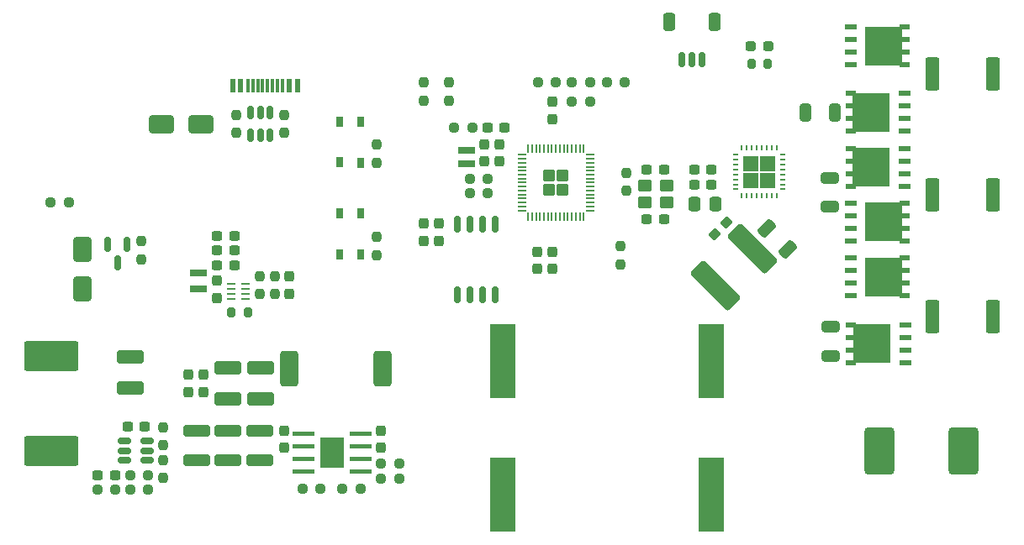
<source format=gtp>
G04 #@! TF.GenerationSoftware,KiCad,Pcbnew,9.0.3*
G04 #@! TF.CreationDate,2025-08-13T17:47:09+01:00*
G04 #@! TF.ProjectId,Pico-BLDC-Controller,5069636f-2d42-44c4-9443-2d436f6e7472,rev?*
G04 #@! TF.SameCoordinates,Original*
G04 #@! TF.FileFunction,Paste,Top*
G04 #@! TF.FilePolarity,Positive*
%FSLAX46Y46*%
G04 Gerber Fmt 4.6, Leading zero omitted, Abs format (unit mm)*
G04 Created by KiCad (PCBNEW 9.0.3) date 2025-08-13 17:47:10*
%MOMM*%
%LPD*%
G01*
G04 APERTURE LIST*
G04 Aperture macros list*
%AMRoundRect*
0 Rectangle with rounded corners*
0 $1 Rounding radius*
0 $2 $3 $4 $5 $6 $7 $8 $9 X,Y pos of 4 corners*
0 Add a 4 corners polygon primitive as box body*
4,1,4,$2,$3,$4,$5,$6,$7,$8,$9,$2,$3,0*
0 Add four circle primitives for the rounded corners*
1,1,$1+$1,$2,$3*
1,1,$1+$1,$4,$5*
1,1,$1+$1,$6,$7*
1,1,$1+$1,$8,$9*
0 Add four rect primitives between the rounded corners*
20,1,$1+$1,$2,$3,$4,$5,0*
20,1,$1+$1,$4,$5,$6,$7,0*
20,1,$1+$1,$6,$7,$8,$9,0*
20,1,$1+$1,$8,$9,$2,$3,0*%
%AMFreePoly0*
4,1,18,-0.100000,0.387500,-0.096194,0.406634,-0.085355,0.422855,-0.069134,0.433694,-0.050000,0.437500,0.050000,0.437500,0.069134,0.433694,0.085355,0.422855,0.096194,0.406634,0.100000,0.387500,0.100000,-0.387500,0.096194,-0.406634,0.085355,-0.422855,0.069134,-0.433694,0.050000,-0.437500,-0.050000,-0.437500,-0.100000,-0.387500,-0.100000,0.387500,-0.100000,0.387500,$1*%
%AMFreePoly1*
4,1,18,-0.100000,0.387500,-0.096194,0.406634,-0.085355,0.422855,-0.069134,0.433694,-0.050000,0.437500,0.050000,0.437500,0.069134,0.433694,0.085355,0.422855,0.096194,0.406634,0.100000,0.387500,0.100000,-0.387500,0.050000,-0.437500,-0.050000,-0.437500,-0.069134,-0.433694,-0.085355,-0.422855,-0.096194,-0.406634,-0.100000,-0.387500,-0.100000,0.387500,-0.100000,0.387500,$1*%
%AMFreePoly2*
4,1,18,-0.437500,0.050000,-0.387500,0.100000,0.387500,0.100000,0.406634,0.096194,0.422855,0.085355,0.433694,0.069134,0.437500,0.050000,0.437500,-0.050000,0.433694,-0.069134,0.422855,-0.085355,0.406634,-0.096194,0.387500,-0.100000,-0.387500,-0.100000,-0.406634,-0.096194,-0.422855,-0.085355,-0.433694,-0.069134,-0.437500,-0.050000,-0.437500,0.050000,-0.437500,0.050000,$1*%
%AMFreePoly3*
4,1,18,-0.437500,0.050000,-0.433694,0.069134,-0.422855,0.085355,-0.406634,0.096194,-0.387500,0.100000,0.387500,0.100000,0.406634,0.096194,0.422855,0.085355,0.433694,0.069134,0.437500,0.050000,0.437500,-0.050000,0.433694,-0.069134,0.422855,-0.085355,0.406634,-0.096194,0.387500,-0.100000,-0.387500,-0.100000,-0.437500,-0.050000,-0.437500,0.050000,-0.437500,0.050000,$1*%
%AMFreePoly4*
4,1,18,-0.100000,0.387500,-0.096194,0.406634,-0.085355,0.422855,-0.069134,0.433694,-0.050000,0.437500,0.050000,0.437500,0.100000,0.387500,0.100000,-0.387500,0.096194,-0.406634,0.085355,-0.422855,0.069134,-0.433694,0.050000,-0.437500,-0.050000,-0.437500,-0.069134,-0.433694,-0.085355,-0.422855,-0.096194,-0.406634,-0.100000,-0.387500,-0.100000,0.387500,-0.100000,0.387500,$1*%
%AMFreePoly5*
4,1,18,-0.100000,0.387500,-0.050000,0.437500,0.050000,0.437500,0.069134,0.433694,0.085355,0.422855,0.096194,0.406634,0.100000,0.387500,0.100000,-0.387500,0.096194,-0.406634,0.085355,-0.422855,0.069134,-0.433694,0.050000,-0.437500,-0.050000,-0.437500,-0.069134,-0.433694,-0.085355,-0.422855,-0.096194,-0.406634,-0.100000,-0.387500,-0.100000,0.387500,-0.100000,0.387500,$1*%
%AMFreePoly6*
4,1,18,-0.437500,0.050000,-0.433694,0.069134,-0.422855,0.085355,-0.406634,0.096194,-0.387500,0.100000,0.387500,0.100000,0.406634,0.096194,0.422855,0.085355,0.433694,0.069134,0.437500,0.050000,0.437500,-0.050000,0.387500,-0.100000,-0.387500,-0.100000,-0.406634,-0.096194,-0.422855,-0.085355,-0.433694,-0.069134,-0.437500,-0.050000,-0.437500,0.050000,-0.437500,0.050000,$1*%
%AMFreePoly7*
4,1,18,-0.437500,0.050000,-0.433694,0.069134,-0.422855,0.085355,-0.406634,0.096194,-0.387500,0.100000,0.387500,0.100000,0.437500,0.050000,0.437500,-0.050000,0.433694,-0.069134,0.422855,-0.085355,0.406634,-0.096194,0.387500,-0.100000,-0.387500,-0.100000,-0.406634,-0.096194,-0.422855,-0.085355,-0.433694,-0.069134,-0.437500,-0.050000,-0.437500,0.050000,-0.437500,0.050000,$1*%
G04 Aperture macros list end*
%ADD10C,0.000000*%
%ADD11R,0.600000X1.450000*%
%ADD12R,0.300000X1.450000*%
%ADD13FreePoly0,90.000000*%
%ADD14RoundRect,0.050000X0.387500X-0.050000X0.387500X0.050000X-0.387500X0.050000X-0.387500X-0.050000X0*%
%ADD15FreePoly1,90.000000*%
%ADD16FreePoly2,90.000000*%
%ADD17RoundRect,0.050000X0.050000X-0.387500X0.050000X0.387500X-0.050000X0.387500X-0.050000X-0.387500X0*%
%ADD18FreePoly3,90.000000*%
%ADD19FreePoly4,90.000000*%
%ADD20FreePoly5,90.000000*%
%ADD21FreePoly6,90.000000*%
%ADD22FreePoly7,90.000000*%
%ADD23RoundRect,0.250000X0.350000X-0.350000X0.350000X0.350000X-0.350000X0.350000X-0.350000X-0.350000X0*%
%ADD24R,1.270000X0.610000*%
%ADD25R,3.810000X3.910000*%
%ADD26R,1.020000X0.610000*%
%ADD27RoundRect,0.250000X0.650000X-0.325000X0.650000X0.325000X-0.650000X0.325000X-0.650000X-0.325000X0*%
%ADD28RoundRect,0.237500X-0.250000X-0.237500X0.250000X-0.237500X0.250000X0.237500X-0.250000X0.237500X0*%
%ADD29RoundRect,0.237500X-0.237500X0.300000X-0.237500X-0.300000X0.237500X-0.300000X0.237500X0.300000X0*%
%ADD30RoundRect,0.250000X-1.100000X0.412500X-1.100000X-0.412500X1.100000X-0.412500X1.100000X0.412500X0*%
%ADD31R,0.650000X1.050000*%
%ADD32RoundRect,0.375000X-1.125000X-2.000000X1.125000X-2.000000X1.125000X2.000000X-1.125000X2.000000X0*%
%ADD33R,1.700000X0.800000*%
%ADD34R,2.500000X7.500000*%
%ADD35RoundRect,0.237500X0.237500X-0.300000X0.237500X0.300000X-0.237500X0.300000X-0.237500X-0.300000X0*%
%ADD36RoundRect,0.249999X-0.450001X-1.425001X0.450001X-1.425001X0.450001X1.425001X-0.450001X1.425001X0*%
%ADD37RoundRect,0.250000X1.100000X-0.325000X1.100000X0.325000X-1.100000X0.325000X-1.100000X-0.325000X0*%
%ADD38RoundRect,0.237500X0.250000X0.237500X-0.250000X0.237500X-0.250000X-0.237500X0.250000X-0.237500X0*%
%ADD39RoundRect,0.237500X-0.300000X-0.237500X0.300000X-0.237500X0.300000X0.237500X-0.300000X0.237500X0*%
%ADD40RoundRect,0.237500X0.237500X-0.250000X0.237500X0.250000X-0.237500X0.250000X-0.237500X-0.250000X0*%
%ADD41RoundRect,0.250000X0.650000X-1.000000X0.650000X1.000000X-0.650000X1.000000X-0.650000X-1.000000X0*%
%ADD42O,0.240000X0.599999*%
%ADD43O,0.599999X0.240000*%
%ADD44RoundRect,0.237500X0.044194X0.380070X-0.380070X-0.044194X-0.044194X-0.380070X0.380070X0.044194X0*%
%ADD45RoundRect,0.250000X0.689429X0.229810X0.229810X0.689429X-0.689429X-0.229810X-0.229810X-0.689429X0*%
%ADD46RoundRect,0.250000X-0.450000X-0.350000X0.450000X-0.350000X0.450000X0.350000X-0.450000X0.350000X0*%
%ADD47RoundRect,0.200000X0.200000X0.275000X-0.200000X0.275000X-0.200000X-0.275000X0.200000X-0.275000X0*%
%ADD48RoundRect,0.249999X0.640001X1.530001X-0.640001X1.530001X-0.640001X-1.530001X0.640001X-1.530001X0*%
%ADD49RoundRect,0.237500X0.300000X0.237500X-0.300000X0.237500X-0.300000X-0.237500X0.300000X-0.237500X0*%
%ADD50RoundRect,0.237500X-0.237500X0.250000X-0.237500X-0.250000X0.237500X-0.250000X0.237500X0.250000X0*%
%ADD51RoundRect,0.250000X-1.000000X-0.650000X1.000000X-0.650000X1.000000X0.650000X-1.000000X0.650000X0*%
%ADD52RoundRect,0.150000X0.150000X-0.512500X0.150000X0.512500X-0.150000X0.512500X-0.150000X-0.512500X0*%
%ADD53RoundRect,0.062500X0.337500X0.062500X-0.337500X0.062500X-0.337500X-0.062500X0.337500X-0.062500X0*%
%ADD54RoundRect,0.150000X-0.512500X-0.150000X0.512500X-0.150000X0.512500X0.150000X-0.512500X0.150000X0*%
%ADD55RoundRect,0.150000X0.150000X0.625000X-0.150000X0.625000X-0.150000X-0.625000X0.150000X-0.625000X0*%
%ADD56RoundRect,0.250000X0.350000X0.650000X-0.350000X0.650000X-0.350000X-0.650000X0.350000X-0.650000X0*%
%ADD57RoundRect,0.250000X-0.650000X0.325000X-0.650000X-0.325000X0.650000X-0.325000X0.650000X0.325000X0*%
%ADD58RoundRect,0.150000X-0.150000X0.587500X-0.150000X-0.587500X0.150000X-0.587500X0.150000X0.587500X0*%
%ADD59RoundRect,0.250000X0.337500X0.475000X-0.337500X0.475000X-0.337500X-0.475000X0.337500X-0.475000X0*%
%ADD60RoundRect,0.249999X2.500001X-1.250001X2.500001X1.250001X-2.500001X1.250001X-2.500001X-1.250001X0*%
%ADD61RoundRect,0.249999X-1.210920X2.253904X-2.253904X1.210920X1.210920X-2.253904X2.253904X-1.210920X0*%
%ADD62R,1.700000X0.700000*%
%ADD63RoundRect,0.250000X0.325000X0.650000X-0.325000X0.650000X-0.325000X-0.650000X0.325000X-0.650000X0*%
%ADD64RoundRect,0.162500X0.162500X-0.650000X0.162500X0.650000X-0.162500X0.650000X-0.162500X-0.650000X0*%
%ADD65RoundRect,0.237500X0.287500X0.237500X-0.287500X0.237500X-0.287500X-0.237500X0.287500X-0.237500X0*%
G04 APERTURE END LIST*
D10*
G36*
X131999998Y-89229999D02*
G01*
X131999998Y-89580001D01*
X131949998Y-89630001D01*
X129899997Y-89630001D01*
X129849997Y-89580001D01*
X129849997Y-89229999D01*
X129899997Y-89179999D01*
X131949998Y-89179999D01*
X131999998Y-89229999D01*
G37*
G36*
X131999998Y-86689999D02*
G01*
X131999998Y-87040001D01*
X131949998Y-87090001D01*
X129899997Y-87090001D01*
X129849997Y-87040001D01*
X129849997Y-86689999D01*
X129899997Y-86639999D01*
X131949998Y-86639999D01*
X131999998Y-86689999D01*
G37*
G36*
X131999998Y-85419999D02*
G01*
X131999998Y-85770001D01*
X131949998Y-85820001D01*
X129899997Y-85820001D01*
X129849997Y-85770001D01*
X129849997Y-85419999D01*
X129899997Y-85369999D01*
X131949998Y-85369999D01*
X131999998Y-85419999D01*
G37*
G36*
X131999998Y-87959999D02*
G01*
X131999998Y-88310001D01*
X131949998Y-88360001D01*
X129899997Y-88360001D01*
X129849997Y-88310001D01*
X129849997Y-87959999D01*
X129899997Y-87909999D01*
X131949998Y-87909999D01*
X131999998Y-87959999D01*
G37*
G36*
X129249998Y-86000000D02*
G01*
X129249998Y-89000000D01*
X129199998Y-89049999D01*
X126899998Y-89049999D01*
X126849998Y-89000000D01*
X126849998Y-86000000D01*
X126899998Y-85950001D01*
X129199998Y-85950001D01*
X129249998Y-86000000D01*
G37*
G36*
X126249999Y-89229999D02*
G01*
X126249999Y-89580001D01*
X126199999Y-89630001D01*
X124149998Y-89630001D01*
X124099998Y-89580001D01*
X124099998Y-89229999D01*
X124149998Y-89179999D01*
X126199999Y-89179999D01*
X126249999Y-89229999D01*
G37*
G36*
X126249999Y-85419999D02*
G01*
X126249999Y-85770001D01*
X126199999Y-85820001D01*
X124149998Y-85820001D01*
X124099998Y-85770001D01*
X124099998Y-85419999D01*
X124149998Y-85369999D01*
X126199999Y-85369999D01*
X126249999Y-85419999D01*
G37*
G36*
X126249999Y-86689999D02*
G01*
X126249999Y-87040001D01*
X126199999Y-87090001D01*
X124149998Y-87090001D01*
X124099998Y-87040001D01*
X124099998Y-86689999D01*
X124149998Y-86639999D01*
X126199999Y-86639999D01*
X126249999Y-86689999D01*
G37*
G36*
X126249999Y-87959999D02*
G01*
X126249999Y-88310001D01*
X126199999Y-88360001D01*
X124149998Y-88360001D01*
X124099998Y-88310001D01*
X124099998Y-87959999D01*
X124149998Y-87909999D01*
X126199999Y-87909999D01*
X126249999Y-87959999D01*
G37*
G36*
X170950000Y-60785996D02*
G01*
X169464001Y-60785996D01*
X169464001Y-59299997D01*
X170950000Y-59299997D01*
X170950000Y-60785996D01*
G37*
G36*
X170950000Y-59100000D02*
G01*
X169464001Y-59100000D01*
X169464001Y-57614001D01*
X170950000Y-57614001D01*
X170950000Y-59100000D01*
G37*
G36*
X172635996Y-60785996D02*
G01*
X171149997Y-60785996D01*
X171149997Y-59299997D01*
X172635996Y-59299997D01*
X172635996Y-60785996D01*
G37*
G36*
X172635996Y-59100000D02*
G01*
X171149997Y-59100000D01*
X171149997Y-57614001D01*
X172635996Y-57614001D01*
X172635996Y-59100000D01*
G37*
D11*
X124550000Y-50485000D03*
X123750000Y-50485000D03*
D12*
X123050000Y-50485000D03*
X122050000Y-50485000D03*
X120550000Y-50485000D03*
X119550000Y-50485000D03*
D11*
X118850000Y-50485000D03*
X118050000Y-50485000D03*
X118050000Y-50485000D03*
X118850000Y-50485000D03*
D12*
X120050000Y-50485000D03*
X121050000Y-50485000D03*
X121550000Y-50485000D03*
X122550000Y-50485000D03*
D11*
X123750000Y-50485000D03*
X124550000Y-50485000D03*
D13*
X147137500Y-63075000D03*
D14*
X147137500Y-62675000D03*
X147137500Y-62275000D03*
X147137500Y-61875000D03*
X147137500Y-61475000D03*
X147137500Y-61075000D03*
X147137500Y-60675000D03*
X147137500Y-60275000D03*
X147137500Y-59875000D03*
X147137500Y-59475000D03*
X147137500Y-59075000D03*
X147137500Y-58675000D03*
X147137500Y-58275000D03*
X147137500Y-57875000D03*
D15*
X147137500Y-57475000D03*
D16*
X147775000Y-56837500D03*
D17*
X148175000Y-56837500D03*
X148575000Y-56837500D03*
X148975000Y-56837500D03*
X149375000Y-56837500D03*
X149775000Y-56837500D03*
X150175000Y-56837500D03*
X150575000Y-56837500D03*
X150975000Y-56837500D03*
X151375000Y-56837500D03*
X151775000Y-56837500D03*
X152175000Y-56837500D03*
X152575000Y-56837500D03*
X152975000Y-56837500D03*
D18*
X153375000Y-56837500D03*
D19*
X154012500Y-57475000D03*
D14*
X154012500Y-57875000D03*
X154012500Y-58275000D03*
X154012500Y-58675000D03*
X154012500Y-59075000D03*
X154012500Y-59475000D03*
X154012500Y-59875000D03*
X154012500Y-60275000D03*
X154012500Y-60675000D03*
X154012500Y-61075000D03*
X154012500Y-61475000D03*
X154012500Y-61875000D03*
X154012500Y-62275000D03*
X154012500Y-62675000D03*
D20*
X154012500Y-63075000D03*
D21*
X153375000Y-63712500D03*
D17*
X152975000Y-63712500D03*
X152575000Y-63712500D03*
X152175000Y-63712500D03*
X151775000Y-63712500D03*
X151375000Y-63712500D03*
X150975000Y-63712500D03*
X150575000Y-63712500D03*
X150175000Y-63712500D03*
X149775000Y-63712500D03*
X149375000Y-63712500D03*
X148975000Y-63712500D03*
X148575000Y-63712500D03*
X148175000Y-63712500D03*
D22*
X147775000Y-63712500D03*
D23*
X151275000Y-59575000D03*
X149875000Y-59575000D03*
X151275000Y-60975000D03*
X149875000Y-60975000D03*
D24*
X185700000Y-55100000D03*
X185700000Y-53830000D03*
X185700000Y-52560000D03*
X185700000Y-51290000D03*
D25*
X182340000Y-53195000D03*
D26*
X180235000Y-55100000D03*
X180235000Y-53830000D03*
X180235000Y-52560000D03*
X180235000Y-51290000D03*
D27*
X178250000Y-77725000D03*
X178250000Y-74775000D03*
D28*
X148775000Y-50137500D03*
X150600000Y-50137500D03*
D29*
X137287500Y-64420000D03*
X137287500Y-66145000D03*
D28*
X107687500Y-91250000D03*
X109512500Y-91250000D03*
D30*
X117500000Y-78987500D03*
X117500000Y-82112500D03*
D31*
X128760000Y-67518675D03*
X128760000Y-63368675D03*
X130910000Y-67518675D03*
X130910000Y-63393675D03*
D32*
X183150000Y-87300000D03*
X191650000Y-87300000D03*
D33*
X114539448Y-71020000D03*
X114539448Y-69420000D03*
D34*
X145200000Y-91750000D03*
X145200000Y-78250000D03*
D35*
X123174998Y-87012500D03*
X123174998Y-85287500D03*
D36*
X188450000Y-61500000D03*
X194550000Y-61500000D03*
D37*
X117574998Y-88225000D03*
X117574998Y-85275000D03*
D38*
X157512500Y-50137500D03*
X155687500Y-50137500D03*
D28*
X140312500Y-54700000D03*
X142137500Y-54700000D03*
D39*
X159737499Y-58950000D03*
X161462501Y-58950000D03*
D24*
X180235000Y-62345000D03*
X180235000Y-63615000D03*
X180235000Y-64885000D03*
X180235000Y-66155000D03*
D25*
X183595000Y-64250000D03*
D26*
X185700000Y-62345000D03*
X185700000Y-63615000D03*
X185700000Y-64885000D03*
X185700000Y-66155000D03*
D40*
X137230000Y-52012500D03*
X137230000Y-50187500D03*
D41*
X102900000Y-71000000D03*
X102900000Y-67000000D03*
D42*
X169300001Y-61600000D03*
X169800000Y-61600000D03*
X170299999Y-61600000D03*
X170800000Y-61600000D03*
X171300000Y-61600000D03*
X171799998Y-61600000D03*
X172300000Y-61600000D03*
X172799999Y-61600000D03*
D43*
X173450000Y-60949999D03*
X173450000Y-60450000D03*
X173450000Y-59950001D03*
X173450000Y-59450000D03*
X173450000Y-58950000D03*
X173450000Y-58450002D03*
X173450000Y-57950000D03*
X173450000Y-57450001D03*
D42*
X172799999Y-56800000D03*
X172300000Y-56800000D03*
X171799998Y-56800000D03*
X171300000Y-56800000D03*
X170800000Y-56800000D03*
X170299999Y-56800000D03*
X169800000Y-56800000D03*
X169300001Y-56800000D03*
D43*
X168650000Y-57450001D03*
X168650000Y-57950000D03*
X168650000Y-58450002D03*
X168650000Y-58950000D03*
X168650000Y-59450000D03*
X168650000Y-59950001D03*
X168650000Y-60450000D03*
X168650000Y-60949999D03*
D30*
X120800000Y-78987500D03*
X120800000Y-82112500D03*
D29*
X138800000Y-64420000D03*
X138800000Y-66145000D03*
D44*
X167744886Y-64305114D03*
X166525126Y-65524874D03*
D35*
X116439448Y-71882500D03*
X116439448Y-70157500D03*
X150200000Y-53862500D03*
X150200000Y-52137500D03*
D45*
X173907977Y-66977989D03*
X171822011Y-64892023D03*
D46*
X159500000Y-62300000D03*
X161700000Y-62300000D03*
X161700000Y-60600000D03*
X159500000Y-60600000D03*
D47*
X171925000Y-48300000D03*
X170275000Y-48300000D03*
D35*
X132974998Y-87000000D03*
X132974998Y-85275000D03*
D48*
X133100000Y-79000000D03*
X123700000Y-79000000D03*
D37*
X114374998Y-88225000D03*
X114374998Y-85275000D03*
D47*
X119564448Y-73320000D03*
X117914448Y-73320000D03*
D36*
X188450000Y-49300000D03*
X194550000Y-49300000D03*
D24*
X180240000Y-67895000D03*
X180240000Y-69165000D03*
X180240000Y-70435000D03*
X180240000Y-71705000D03*
D25*
X183600000Y-69800000D03*
D26*
X185705000Y-67895000D03*
X185705000Y-69165000D03*
X185705000Y-70435000D03*
X185705000Y-71705000D03*
D28*
X129062498Y-91100000D03*
X130887498Y-91100000D03*
D49*
X166255000Y-60450000D03*
X164530000Y-60450000D03*
D50*
X123250000Y-53440000D03*
X123250000Y-55265000D03*
D40*
X120739448Y-71532500D03*
X120739448Y-69707500D03*
X118350000Y-55265000D03*
X118350000Y-53440000D03*
D29*
X150200000Y-67237500D03*
X150200000Y-68962500D03*
D40*
X139830000Y-52012500D03*
X139830000Y-50187500D03*
X157700000Y-61112500D03*
X157700000Y-59287500D03*
D50*
X111050000Y-88237500D03*
X111050000Y-90062500D03*
D37*
X120774998Y-88225000D03*
X120774998Y-85275000D03*
D51*
X110860000Y-54352500D03*
X114860000Y-54352500D03*
D52*
X119850000Y-55487500D03*
X120800000Y-55487500D03*
X121750000Y-55487500D03*
X121750000Y-53212500D03*
X120800000Y-53212500D03*
X119850000Y-53212500D03*
D28*
X132962498Y-90100000D03*
X134787498Y-90100000D03*
D39*
X143662500Y-54700000D03*
X145387500Y-54700000D03*
D29*
X123739448Y-69757500D03*
X123739448Y-71482500D03*
D53*
X119300000Y-72000000D03*
X119300000Y-71500000D03*
X119300000Y-71000000D03*
X119300000Y-70500000D03*
X117850000Y-70500000D03*
X117850000Y-71000000D03*
X117850000Y-71500000D03*
X117850000Y-72000000D03*
D28*
X107700000Y-89750000D03*
X109525000Y-89750000D03*
D38*
X126887498Y-91100000D03*
X125062498Y-91100000D03*
D54*
X107112500Y-86350000D03*
X107112500Y-87300000D03*
X107112500Y-88250000D03*
X109387500Y-88250000D03*
X109387500Y-87300000D03*
X109387500Y-86350000D03*
D50*
X111050000Y-84937500D03*
X111050000Y-86762500D03*
X108860000Y-66190000D03*
X108860000Y-68015000D03*
D28*
X132962498Y-88600000D03*
X134787498Y-88600000D03*
D39*
X116476948Y-65620000D03*
X118201948Y-65620000D03*
D55*
X165300000Y-47900000D03*
X164300000Y-47900000D03*
X163300000Y-47900000D03*
D56*
X166600000Y-44025000D03*
X162000000Y-44025000D03*
D57*
X178200000Y-59775000D03*
X178200000Y-62725000D03*
D49*
X106162500Y-89750000D03*
X104437500Y-89750000D03*
D24*
X185700000Y-60655000D03*
X185700000Y-59385000D03*
X185700000Y-58115000D03*
X185700000Y-56845000D03*
D25*
X182340000Y-58750000D03*
D26*
X180235000Y-60655000D03*
X180235000Y-59385000D03*
X180235000Y-58115000D03*
X180235000Y-56845000D03*
D38*
X154012500Y-52100000D03*
X152187500Y-52100000D03*
D34*
X166200000Y-91750000D03*
X166200000Y-78250000D03*
D28*
X141906481Y-61367304D03*
X143731481Y-61367304D03*
D58*
X107360000Y-66465000D03*
X105460000Y-66465000D03*
X106410000Y-68340000D03*
D28*
X152187500Y-50137500D03*
X154012500Y-50137500D03*
D59*
X166637500Y-62400000D03*
X164562500Y-62400000D03*
D49*
X166255000Y-58950000D03*
X164530000Y-58950000D03*
D39*
X159737499Y-63950000D03*
X161462501Y-63950000D03*
D60*
X99800000Y-87300000D03*
X99800000Y-77800000D03*
D35*
X143400000Y-58112500D03*
X143400000Y-56387500D03*
D28*
X99677500Y-62242500D03*
X101502500Y-62242500D03*
D30*
X107700000Y-77825000D03*
X107700000Y-80950000D03*
D40*
X132522101Y-58285390D03*
X132522101Y-56460390D03*
D24*
X180240000Y-44585000D03*
X180240000Y-45855000D03*
X180240000Y-47125000D03*
X180240000Y-48395000D03*
D25*
X183600000Y-46490000D03*
D26*
X185705000Y-44585000D03*
X185705000Y-45855000D03*
X185705000Y-47125000D03*
X185705000Y-48395000D03*
D39*
X116476948Y-67120000D03*
X118201948Y-67120000D03*
D49*
X109150000Y-84850000D03*
X107425000Y-84850000D03*
D31*
X130947101Y-54097890D03*
X130947101Y-58247890D03*
X128797101Y-54097890D03*
X128797101Y-58222890D03*
D24*
X185770000Y-78405000D03*
X185770000Y-77135000D03*
X185770000Y-75865000D03*
X185770000Y-74595000D03*
D25*
X182410000Y-76500000D03*
D26*
X180305000Y-78405000D03*
X180305000Y-77135000D03*
X180305000Y-75865000D03*
X180305000Y-74595000D03*
D61*
X170364994Y-66935006D03*
X166635006Y-70664994D03*
D28*
X141906481Y-59867304D03*
X143731481Y-59867304D03*
D29*
X148700000Y-67237500D03*
X148700000Y-68962500D03*
D35*
X144900000Y-58112500D03*
X144900000Y-56387500D03*
D29*
X113600000Y-79637500D03*
X113600000Y-81362500D03*
D62*
X141600000Y-58400000D03*
X141600000Y-57000000D03*
D63*
X178660000Y-53200000D03*
X175710000Y-53200000D03*
D64*
X140645000Y-71607500D03*
X141915000Y-71607500D03*
X143185000Y-71607500D03*
X144455000Y-71607500D03*
X144455000Y-64432500D03*
X143185000Y-64432500D03*
X141915000Y-64432500D03*
X140645000Y-64432500D03*
D40*
X157100000Y-68512500D03*
X157100000Y-66687500D03*
D29*
X115100000Y-79637500D03*
X115100000Y-81362500D03*
D36*
X188450000Y-73800000D03*
X194550000Y-73800000D03*
D50*
X132550000Y-65761175D03*
X132550000Y-67586175D03*
D39*
X116476948Y-68620000D03*
X118201948Y-68620000D03*
D50*
X122239448Y-69707500D03*
X122239448Y-71532500D03*
D65*
X171975000Y-46550000D03*
X170225000Y-46550000D03*
D38*
X106200000Y-91250000D03*
X104375000Y-91250000D03*
M02*

</source>
